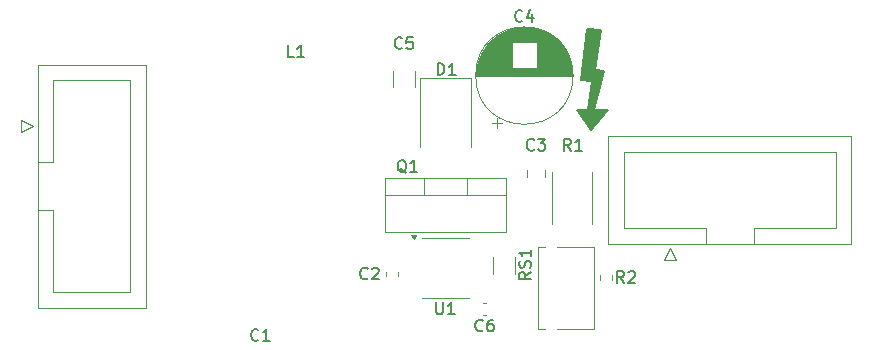
<source format=gbr>
%TF.GenerationSoftware,KiCad,Pcbnew,8.0.3*%
%TF.CreationDate,2024-06-16T18:08:45+12:00*%
%TF.ProjectId,power_supply,706f7765-725f-4737-9570-706c792e6b69,0.1.1*%
%TF.SameCoordinates,Original*%
%TF.FileFunction,Legend,Top*%
%TF.FilePolarity,Positive*%
%FSLAX46Y46*%
G04 Gerber Fmt 4.6, Leading zero omitted, Abs format (unit mm)*
G04 Created by KiCad (PCBNEW 8.0.3) date 2024-06-16 18:08:45*
%MOMM*%
%LPD*%
G01*
G04 APERTURE LIST*
%ADD10C,0.153000*%
%ADD11C,0.120000*%
G04 APERTURE END LIST*
D10*
X168110000Y-72290000D02*
X167570000Y-75680000D01*
X168330000Y-75760000D01*
X167490000Y-79040000D01*
X168690000Y-79060000D01*
X167210000Y-80710000D01*
X166080000Y-79070000D01*
X166950000Y-79090000D01*
X167290000Y-76600000D01*
X166430000Y-76550000D01*
X166880000Y-72230000D01*
X168110000Y-72290000D01*
G36*
X168110000Y-72290000D02*
G01*
X167570000Y-75680000D01*
X168330000Y-75760000D01*
X167490000Y-79040000D01*
X168690000Y-79060000D01*
X167210000Y-80710000D01*
X166080000Y-79070000D01*
X166950000Y-79090000D01*
X167290000Y-76600000D01*
X166430000Y-76550000D01*
X166880000Y-72230000D01*
X168110000Y-72290000D01*
G37*
X154138095Y-95344663D02*
X154138095Y-96154186D01*
X154138095Y-96154186D02*
X154185714Y-96249424D01*
X154185714Y-96249424D02*
X154233333Y-96297044D01*
X154233333Y-96297044D02*
X154328571Y-96344663D01*
X154328571Y-96344663D02*
X154519047Y-96344663D01*
X154519047Y-96344663D02*
X154614285Y-96297044D01*
X154614285Y-96297044D02*
X154661904Y-96249424D01*
X154661904Y-96249424D02*
X154709523Y-96154186D01*
X154709523Y-96154186D02*
X154709523Y-95344663D01*
X155709523Y-96344663D02*
X155138095Y-96344663D01*
X155423809Y-96344663D02*
X155423809Y-95344663D01*
X155423809Y-95344663D02*
X155328571Y-95487520D01*
X155328571Y-95487520D02*
X155233333Y-95582758D01*
X155233333Y-95582758D02*
X155138095Y-95630377D01*
X139083333Y-98499424D02*
X139035714Y-98547044D01*
X139035714Y-98547044D02*
X138892857Y-98594663D01*
X138892857Y-98594663D02*
X138797619Y-98594663D01*
X138797619Y-98594663D02*
X138654762Y-98547044D01*
X138654762Y-98547044D02*
X138559524Y-98451805D01*
X138559524Y-98451805D02*
X138511905Y-98356567D01*
X138511905Y-98356567D02*
X138464286Y-98166091D01*
X138464286Y-98166091D02*
X138464286Y-98023234D01*
X138464286Y-98023234D02*
X138511905Y-97832758D01*
X138511905Y-97832758D02*
X138559524Y-97737520D01*
X138559524Y-97737520D02*
X138654762Y-97642282D01*
X138654762Y-97642282D02*
X138797619Y-97594663D01*
X138797619Y-97594663D02*
X138892857Y-97594663D01*
X138892857Y-97594663D02*
X139035714Y-97642282D01*
X139035714Y-97642282D02*
X139083333Y-97689901D01*
X140035714Y-98594663D02*
X139464286Y-98594663D01*
X139750000Y-98594663D02*
X139750000Y-97594663D01*
X139750000Y-97594663D02*
X139654762Y-97737520D01*
X139654762Y-97737520D02*
X139559524Y-97832758D01*
X139559524Y-97832758D02*
X139464286Y-97880377D01*
X151233333Y-73799424D02*
X151185714Y-73847044D01*
X151185714Y-73847044D02*
X151042857Y-73894663D01*
X151042857Y-73894663D02*
X150947619Y-73894663D01*
X150947619Y-73894663D02*
X150804762Y-73847044D01*
X150804762Y-73847044D02*
X150709524Y-73751805D01*
X150709524Y-73751805D02*
X150661905Y-73656567D01*
X150661905Y-73656567D02*
X150614286Y-73466091D01*
X150614286Y-73466091D02*
X150614286Y-73323234D01*
X150614286Y-73323234D02*
X150661905Y-73132758D01*
X150661905Y-73132758D02*
X150709524Y-73037520D01*
X150709524Y-73037520D02*
X150804762Y-72942282D01*
X150804762Y-72942282D02*
X150947619Y-72894663D01*
X150947619Y-72894663D02*
X151042857Y-72894663D01*
X151042857Y-72894663D02*
X151185714Y-72942282D01*
X151185714Y-72942282D02*
X151233333Y-72989901D01*
X152138095Y-72894663D02*
X151661905Y-72894663D01*
X151661905Y-72894663D02*
X151614286Y-73370853D01*
X151614286Y-73370853D02*
X151661905Y-73323234D01*
X151661905Y-73323234D02*
X151757143Y-73275615D01*
X151757143Y-73275615D02*
X151995238Y-73275615D01*
X151995238Y-73275615D02*
X152090476Y-73323234D01*
X152090476Y-73323234D02*
X152138095Y-73370853D01*
X152138095Y-73370853D02*
X152185714Y-73466091D01*
X152185714Y-73466091D02*
X152185714Y-73704186D01*
X152185714Y-73704186D02*
X152138095Y-73799424D01*
X152138095Y-73799424D02*
X152090476Y-73847044D01*
X152090476Y-73847044D02*
X151995238Y-73894663D01*
X151995238Y-73894663D02*
X151757143Y-73894663D01*
X151757143Y-73894663D02*
X151661905Y-73847044D01*
X151661905Y-73847044D02*
X151614286Y-73799424D01*
X151604761Y-84389901D02*
X151509523Y-84342282D01*
X151509523Y-84342282D02*
X151414285Y-84247044D01*
X151414285Y-84247044D02*
X151271428Y-84104186D01*
X151271428Y-84104186D02*
X151176190Y-84056567D01*
X151176190Y-84056567D02*
X151080952Y-84056567D01*
X151128571Y-84294663D02*
X151033333Y-84247044D01*
X151033333Y-84247044D02*
X150938095Y-84151805D01*
X150938095Y-84151805D02*
X150890476Y-83961329D01*
X150890476Y-83961329D02*
X150890476Y-83627996D01*
X150890476Y-83627996D02*
X150938095Y-83437520D01*
X150938095Y-83437520D02*
X151033333Y-83342282D01*
X151033333Y-83342282D02*
X151128571Y-83294663D01*
X151128571Y-83294663D02*
X151319047Y-83294663D01*
X151319047Y-83294663D02*
X151414285Y-83342282D01*
X151414285Y-83342282D02*
X151509523Y-83437520D01*
X151509523Y-83437520D02*
X151557142Y-83627996D01*
X151557142Y-83627996D02*
X151557142Y-83961329D01*
X151557142Y-83961329D02*
X151509523Y-84151805D01*
X151509523Y-84151805D02*
X151414285Y-84247044D01*
X151414285Y-84247044D02*
X151319047Y-84294663D01*
X151319047Y-84294663D02*
X151128571Y-84294663D01*
X152509523Y-84294663D02*
X151938095Y-84294663D01*
X152223809Y-84294663D02*
X152223809Y-83294663D01*
X152223809Y-83294663D02*
X152128571Y-83437520D01*
X152128571Y-83437520D02*
X152033333Y-83532758D01*
X152033333Y-83532758D02*
X151938095Y-83580377D01*
X165533333Y-82494663D02*
X165200000Y-82018472D01*
X164961905Y-82494663D02*
X164961905Y-81494663D01*
X164961905Y-81494663D02*
X165342857Y-81494663D01*
X165342857Y-81494663D02*
X165438095Y-81542282D01*
X165438095Y-81542282D02*
X165485714Y-81589901D01*
X165485714Y-81589901D02*
X165533333Y-81685139D01*
X165533333Y-81685139D02*
X165533333Y-81827996D01*
X165533333Y-81827996D02*
X165485714Y-81923234D01*
X165485714Y-81923234D02*
X165438095Y-81970853D01*
X165438095Y-81970853D02*
X165342857Y-82018472D01*
X165342857Y-82018472D02*
X164961905Y-82018472D01*
X166485714Y-82494663D02*
X165914286Y-82494663D01*
X166200000Y-82494663D02*
X166200000Y-81494663D01*
X166200000Y-81494663D02*
X166104762Y-81637520D01*
X166104762Y-81637520D02*
X166009524Y-81732758D01*
X166009524Y-81732758D02*
X165914286Y-81780377D01*
X158083333Y-97699424D02*
X158035714Y-97747044D01*
X158035714Y-97747044D02*
X157892857Y-97794663D01*
X157892857Y-97794663D02*
X157797619Y-97794663D01*
X157797619Y-97794663D02*
X157654762Y-97747044D01*
X157654762Y-97747044D02*
X157559524Y-97651805D01*
X157559524Y-97651805D02*
X157511905Y-97556567D01*
X157511905Y-97556567D02*
X157464286Y-97366091D01*
X157464286Y-97366091D02*
X157464286Y-97223234D01*
X157464286Y-97223234D02*
X157511905Y-97032758D01*
X157511905Y-97032758D02*
X157559524Y-96937520D01*
X157559524Y-96937520D02*
X157654762Y-96842282D01*
X157654762Y-96842282D02*
X157797619Y-96794663D01*
X157797619Y-96794663D02*
X157892857Y-96794663D01*
X157892857Y-96794663D02*
X158035714Y-96842282D01*
X158035714Y-96842282D02*
X158083333Y-96889901D01*
X158940476Y-96794663D02*
X158750000Y-96794663D01*
X158750000Y-96794663D02*
X158654762Y-96842282D01*
X158654762Y-96842282D02*
X158607143Y-96889901D01*
X158607143Y-96889901D02*
X158511905Y-97032758D01*
X158511905Y-97032758D02*
X158464286Y-97223234D01*
X158464286Y-97223234D02*
X158464286Y-97604186D01*
X158464286Y-97604186D02*
X158511905Y-97699424D01*
X158511905Y-97699424D02*
X158559524Y-97747044D01*
X158559524Y-97747044D02*
X158654762Y-97794663D01*
X158654762Y-97794663D02*
X158845238Y-97794663D01*
X158845238Y-97794663D02*
X158940476Y-97747044D01*
X158940476Y-97747044D02*
X158988095Y-97699424D01*
X158988095Y-97699424D02*
X159035714Y-97604186D01*
X159035714Y-97604186D02*
X159035714Y-97366091D01*
X159035714Y-97366091D02*
X158988095Y-97270853D01*
X158988095Y-97270853D02*
X158940476Y-97223234D01*
X158940476Y-97223234D02*
X158845238Y-97175615D01*
X158845238Y-97175615D02*
X158654762Y-97175615D01*
X158654762Y-97175615D02*
X158559524Y-97223234D01*
X158559524Y-97223234D02*
X158511905Y-97270853D01*
X158511905Y-97270853D02*
X158464286Y-97366091D01*
X162154663Y-92782857D02*
X161678472Y-93116190D01*
X162154663Y-93354285D02*
X161154663Y-93354285D01*
X161154663Y-93354285D02*
X161154663Y-92973333D01*
X161154663Y-92973333D02*
X161202282Y-92878095D01*
X161202282Y-92878095D02*
X161249901Y-92830476D01*
X161249901Y-92830476D02*
X161345139Y-92782857D01*
X161345139Y-92782857D02*
X161487996Y-92782857D01*
X161487996Y-92782857D02*
X161583234Y-92830476D01*
X161583234Y-92830476D02*
X161630853Y-92878095D01*
X161630853Y-92878095D02*
X161678472Y-92973333D01*
X161678472Y-92973333D02*
X161678472Y-93354285D01*
X162107044Y-92401904D02*
X162154663Y-92259047D01*
X162154663Y-92259047D02*
X162154663Y-92020952D01*
X162154663Y-92020952D02*
X162107044Y-91925714D01*
X162107044Y-91925714D02*
X162059424Y-91878095D01*
X162059424Y-91878095D02*
X161964186Y-91830476D01*
X161964186Y-91830476D02*
X161868948Y-91830476D01*
X161868948Y-91830476D02*
X161773710Y-91878095D01*
X161773710Y-91878095D02*
X161726091Y-91925714D01*
X161726091Y-91925714D02*
X161678472Y-92020952D01*
X161678472Y-92020952D02*
X161630853Y-92211428D01*
X161630853Y-92211428D02*
X161583234Y-92306666D01*
X161583234Y-92306666D02*
X161535615Y-92354285D01*
X161535615Y-92354285D02*
X161440377Y-92401904D01*
X161440377Y-92401904D02*
X161345139Y-92401904D01*
X161345139Y-92401904D02*
X161249901Y-92354285D01*
X161249901Y-92354285D02*
X161202282Y-92306666D01*
X161202282Y-92306666D02*
X161154663Y-92211428D01*
X161154663Y-92211428D02*
X161154663Y-91973333D01*
X161154663Y-91973333D02*
X161202282Y-91830476D01*
X162154663Y-90878095D02*
X162154663Y-91449523D01*
X162154663Y-91163809D02*
X161154663Y-91163809D01*
X161154663Y-91163809D02*
X161297520Y-91259047D01*
X161297520Y-91259047D02*
X161392758Y-91354285D01*
X161392758Y-91354285D02*
X161440377Y-91449523D01*
X162433333Y-82399424D02*
X162385714Y-82447044D01*
X162385714Y-82447044D02*
X162242857Y-82494663D01*
X162242857Y-82494663D02*
X162147619Y-82494663D01*
X162147619Y-82494663D02*
X162004762Y-82447044D01*
X162004762Y-82447044D02*
X161909524Y-82351805D01*
X161909524Y-82351805D02*
X161861905Y-82256567D01*
X161861905Y-82256567D02*
X161814286Y-82066091D01*
X161814286Y-82066091D02*
X161814286Y-81923234D01*
X161814286Y-81923234D02*
X161861905Y-81732758D01*
X161861905Y-81732758D02*
X161909524Y-81637520D01*
X161909524Y-81637520D02*
X162004762Y-81542282D01*
X162004762Y-81542282D02*
X162147619Y-81494663D01*
X162147619Y-81494663D02*
X162242857Y-81494663D01*
X162242857Y-81494663D02*
X162385714Y-81542282D01*
X162385714Y-81542282D02*
X162433333Y-81589901D01*
X162766667Y-81494663D02*
X163385714Y-81494663D01*
X163385714Y-81494663D02*
X163052381Y-81875615D01*
X163052381Y-81875615D02*
X163195238Y-81875615D01*
X163195238Y-81875615D02*
X163290476Y-81923234D01*
X163290476Y-81923234D02*
X163338095Y-81970853D01*
X163338095Y-81970853D02*
X163385714Y-82066091D01*
X163385714Y-82066091D02*
X163385714Y-82304186D01*
X163385714Y-82304186D02*
X163338095Y-82399424D01*
X163338095Y-82399424D02*
X163290476Y-82447044D01*
X163290476Y-82447044D02*
X163195238Y-82494663D01*
X163195238Y-82494663D02*
X162909524Y-82494663D01*
X162909524Y-82494663D02*
X162814286Y-82447044D01*
X162814286Y-82447044D02*
X162766667Y-82399424D01*
X154261905Y-76094663D02*
X154261905Y-75094663D01*
X154261905Y-75094663D02*
X154500000Y-75094663D01*
X154500000Y-75094663D02*
X154642857Y-75142282D01*
X154642857Y-75142282D02*
X154738095Y-75237520D01*
X154738095Y-75237520D02*
X154785714Y-75332758D01*
X154785714Y-75332758D02*
X154833333Y-75523234D01*
X154833333Y-75523234D02*
X154833333Y-75666091D01*
X154833333Y-75666091D02*
X154785714Y-75856567D01*
X154785714Y-75856567D02*
X154738095Y-75951805D01*
X154738095Y-75951805D02*
X154642857Y-76047044D01*
X154642857Y-76047044D02*
X154500000Y-76094663D01*
X154500000Y-76094663D02*
X154261905Y-76094663D01*
X155785714Y-76094663D02*
X155214286Y-76094663D01*
X155500000Y-76094663D02*
X155500000Y-75094663D01*
X155500000Y-75094663D02*
X155404762Y-75237520D01*
X155404762Y-75237520D02*
X155309524Y-75332758D01*
X155309524Y-75332758D02*
X155214286Y-75380377D01*
X142083333Y-74594663D02*
X141607143Y-74594663D01*
X141607143Y-74594663D02*
X141607143Y-73594663D01*
X142940476Y-74594663D02*
X142369048Y-74594663D01*
X142654762Y-74594663D02*
X142654762Y-73594663D01*
X142654762Y-73594663D02*
X142559524Y-73737520D01*
X142559524Y-73737520D02*
X142464286Y-73832758D01*
X142464286Y-73832758D02*
X142369048Y-73880377D01*
X170033333Y-93694663D02*
X169700000Y-93218472D01*
X169461905Y-93694663D02*
X169461905Y-92694663D01*
X169461905Y-92694663D02*
X169842857Y-92694663D01*
X169842857Y-92694663D02*
X169938095Y-92742282D01*
X169938095Y-92742282D02*
X169985714Y-92789901D01*
X169985714Y-92789901D02*
X170033333Y-92885139D01*
X170033333Y-92885139D02*
X170033333Y-93027996D01*
X170033333Y-93027996D02*
X169985714Y-93123234D01*
X169985714Y-93123234D02*
X169938095Y-93170853D01*
X169938095Y-93170853D02*
X169842857Y-93218472D01*
X169842857Y-93218472D02*
X169461905Y-93218472D01*
X170414286Y-92789901D02*
X170461905Y-92742282D01*
X170461905Y-92742282D02*
X170557143Y-92694663D01*
X170557143Y-92694663D02*
X170795238Y-92694663D01*
X170795238Y-92694663D02*
X170890476Y-92742282D01*
X170890476Y-92742282D02*
X170938095Y-92789901D01*
X170938095Y-92789901D02*
X170985714Y-92885139D01*
X170985714Y-92885139D02*
X170985714Y-92980377D01*
X170985714Y-92980377D02*
X170938095Y-93123234D01*
X170938095Y-93123234D02*
X170366667Y-93694663D01*
X170366667Y-93694663D02*
X170985714Y-93694663D01*
X148333333Y-93299424D02*
X148285714Y-93347044D01*
X148285714Y-93347044D02*
X148142857Y-93394663D01*
X148142857Y-93394663D02*
X148047619Y-93394663D01*
X148047619Y-93394663D02*
X147904762Y-93347044D01*
X147904762Y-93347044D02*
X147809524Y-93251805D01*
X147809524Y-93251805D02*
X147761905Y-93156567D01*
X147761905Y-93156567D02*
X147714286Y-92966091D01*
X147714286Y-92966091D02*
X147714286Y-92823234D01*
X147714286Y-92823234D02*
X147761905Y-92632758D01*
X147761905Y-92632758D02*
X147809524Y-92537520D01*
X147809524Y-92537520D02*
X147904762Y-92442282D01*
X147904762Y-92442282D02*
X148047619Y-92394663D01*
X148047619Y-92394663D02*
X148142857Y-92394663D01*
X148142857Y-92394663D02*
X148285714Y-92442282D01*
X148285714Y-92442282D02*
X148333333Y-92489901D01*
X148714286Y-92489901D02*
X148761905Y-92442282D01*
X148761905Y-92442282D02*
X148857143Y-92394663D01*
X148857143Y-92394663D02*
X149095238Y-92394663D01*
X149095238Y-92394663D02*
X149190476Y-92442282D01*
X149190476Y-92442282D02*
X149238095Y-92489901D01*
X149238095Y-92489901D02*
X149285714Y-92585139D01*
X149285714Y-92585139D02*
X149285714Y-92680377D01*
X149285714Y-92680377D02*
X149238095Y-92823234D01*
X149238095Y-92823234D02*
X148666667Y-93394663D01*
X148666667Y-93394663D02*
X149285714Y-93394663D01*
X161433333Y-71499424D02*
X161385714Y-71547044D01*
X161385714Y-71547044D02*
X161242857Y-71594663D01*
X161242857Y-71594663D02*
X161147619Y-71594663D01*
X161147619Y-71594663D02*
X161004762Y-71547044D01*
X161004762Y-71547044D02*
X160909524Y-71451805D01*
X160909524Y-71451805D02*
X160861905Y-71356567D01*
X160861905Y-71356567D02*
X160814286Y-71166091D01*
X160814286Y-71166091D02*
X160814286Y-71023234D01*
X160814286Y-71023234D02*
X160861905Y-70832758D01*
X160861905Y-70832758D02*
X160909524Y-70737520D01*
X160909524Y-70737520D02*
X161004762Y-70642282D01*
X161004762Y-70642282D02*
X161147619Y-70594663D01*
X161147619Y-70594663D02*
X161242857Y-70594663D01*
X161242857Y-70594663D02*
X161385714Y-70642282D01*
X161385714Y-70642282D02*
X161433333Y-70689901D01*
X162290476Y-70927996D02*
X162290476Y-71594663D01*
X162052381Y-70547044D02*
X161814286Y-71261329D01*
X161814286Y-71261329D02*
X162433333Y-71261329D01*
D11*
%TO.C,U1*%
X154925000Y-89885000D02*
X152975000Y-89885000D01*
X154925000Y-89885000D02*
X156875000Y-89885000D01*
X154925000Y-95005000D02*
X152975000Y-95005000D01*
X154925000Y-95005000D02*
X156875000Y-95005000D01*
X152225000Y-89980000D02*
X151985000Y-89650000D01*
X152465000Y-89650000D01*
X152225000Y-89980000D01*
G36*
X152225000Y-89980000D02*
G01*
X151985000Y-89650000D01*
X152465000Y-89650000D01*
X152225000Y-89980000D01*
G37*
%TO.C,C5*%
X150490000Y-77151252D02*
X150490000Y-75728748D01*
X152310000Y-77151252D02*
X152310000Y-75728748D01*
%TO.C,Q1*%
X149805000Y-84775000D02*
X149805000Y-89416000D01*
X149805000Y-84775000D02*
X160045000Y-84775000D01*
X149805000Y-86285000D02*
X160045000Y-86285000D01*
X149805000Y-89416000D02*
X160045000Y-89416000D01*
X153075000Y-84775000D02*
X153075000Y-86285000D01*
X156776000Y-84775000D02*
X156776000Y-86285000D01*
X160045000Y-84775000D02*
X160045000Y-89416000D01*
%TO.C,J2*%
X119027500Y-79920000D02*
X119027500Y-80920000D01*
X119027500Y-80920000D02*
X120027500Y-80420000D01*
X120027500Y-80420000D02*
X119027500Y-79920000D01*
X120417500Y-75210000D02*
X129537500Y-75210000D01*
X120417500Y-83450000D02*
X121727500Y-83450000D01*
X120417500Y-95790000D02*
X120417500Y-75210000D01*
X121727500Y-76510000D02*
X128227500Y-76510000D01*
X121727500Y-83450000D02*
X121727500Y-76510000D01*
X121727500Y-87550000D02*
X120417500Y-87550000D01*
X121727500Y-87550000D02*
X121727500Y-87550000D01*
X121727500Y-94490000D02*
X121727500Y-87550000D01*
X128227500Y-76510000D02*
X128227500Y-94490000D01*
X128227500Y-94490000D02*
X121727500Y-94490000D01*
X129537500Y-75210000D02*
X129537500Y-95790000D01*
X129537500Y-95790000D02*
X120417500Y-95790000D01*
%TO.C,R1*%
X163950000Y-88687064D02*
X163950000Y-84332936D01*
X167370000Y-88687064D02*
X167370000Y-84332936D01*
%TO.C,C6*%
X158109420Y-95430000D02*
X158390580Y-95430000D01*
X158109420Y-96450000D02*
X158390580Y-96450000D01*
%TO.C,RS1*%
X158990000Y-91462936D02*
X158990000Y-92917064D01*
X160810000Y-91462936D02*
X160810000Y-92917064D01*
%TO.C,C3*%
X161865000Y-84701252D02*
X161865000Y-84178748D01*
X163335000Y-84701252D02*
X163335000Y-84178748D01*
%TO.C,D1*%
X152750000Y-76380000D02*
X152750000Y-82190000D01*
X157050000Y-76380000D02*
X152750000Y-76380000D01*
X157050000Y-76380000D02*
X157050000Y-82190000D01*
%TO.C,J3*%
X168710000Y-81270000D02*
X189290000Y-81270000D01*
X168710000Y-90390000D02*
X168710000Y-81270000D01*
X170010000Y-82580000D02*
X187990000Y-82580000D01*
X170010000Y-89080000D02*
X170010000Y-82580000D01*
X173420000Y-91780000D02*
X174420000Y-91780000D01*
X173920000Y-90780000D02*
X173420000Y-91780000D01*
X174420000Y-91780000D02*
X173920000Y-90780000D01*
X176950000Y-89080000D02*
X170010000Y-89080000D01*
X176950000Y-90390000D02*
X176950000Y-89080000D01*
X181050000Y-89080000D02*
X181050000Y-89080000D01*
X181050000Y-89080000D02*
X181050000Y-90390000D01*
X187990000Y-82580000D02*
X187990000Y-89080000D01*
X187990000Y-89080000D02*
X181050000Y-89080000D01*
X189290000Y-81270000D02*
X189290000Y-90390000D01*
X189290000Y-90390000D02*
X168710000Y-90390000D01*
%TO.C,R2*%
X167977500Y-93477258D02*
X167977500Y-93002742D01*
X169022500Y-93477258D02*
X169022500Y-93002742D01*
%TO.C,C2*%
X149890000Y-92799420D02*
X149890000Y-93080580D01*
X150910000Y-92799420D02*
X150910000Y-93080580D01*
%TO.C,C4*%
X157520000Y-76062651D02*
X165680000Y-76062651D01*
X157520000Y-76102651D02*
X165680000Y-76102651D01*
X157520000Y-76142651D02*
X165680000Y-76142651D01*
X157521000Y-76022651D02*
X165679000Y-76022651D01*
X157523000Y-75982651D02*
X165677000Y-75982651D01*
X157524000Y-75942651D02*
X165676000Y-75942651D01*
X157526000Y-75902651D02*
X165674000Y-75902651D01*
X157529000Y-75862651D02*
X165671000Y-75862651D01*
X157532000Y-75822651D02*
X165668000Y-75822651D01*
X157535000Y-75782651D02*
X165665000Y-75782651D01*
X157539000Y-75742651D02*
X165661000Y-75742651D01*
X157543000Y-75702651D02*
X165657000Y-75702651D01*
X157548000Y-75662651D02*
X165652000Y-75662651D01*
X157552000Y-75622651D02*
X165648000Y-75622651D01*
X157558000Y-75582651D02*
X165642000Y-75582651D01*
X157563000Y-75542651D02*
X165637000Y-75542651D01*
X157570000Y-75502651D02*
X165630000Y-75502651D01*
X157576000Y-75462651D02*
X165624000Y-75462651D01*
X157583000Y-75421651D02*
X160560000Y-75421651D01*
X157590000Y-75381651D02*
X160560000Y-75381651D01*
X157598000Y-75341651D02*
X160560000Y-75341651D01*
X157606000Y-75301651D02*
X160560000Y-75301651D01*
X157615000Y-75261651D02*
X160560000Y-75261651D01*
X157624000Y-75221651D02*
X160560000Y-75221651D01*
X157633000Y-75181651D02*
X160560000Y-75181651D01*
X157643000Y-75141651D02*
X160560000Y-75141651D01*
X157653000Y-75101651D02*
X160560000Y-75101651D01*
X157664000Y-75061651D02*
X160560000Y-75061651D01*
X157675000Y-75021651D02*
X160560000Y-75021651D01*
X157686000Y-74981651D02*
X160560000Y-74981651D01*
X157698000Y-74941651D02*
X160560000Y-74941651D01*
X157711000Y-74901651D02*
X160560000Y-74901651D01*
X157723000Y-74861651D02*
X160560000Y-74861651D01*
X157737000Y-74821651D02*
X160560000Y-74821651D01*
X157750000Y-74781651D02*
X160560000Y-74781651D01*
X157765000Y-74741651D02*
X160560000Y-74741651D01*
X157779000Y-74701651D02*
X160560000Y-74701651D01*
X157795000Y-74661651D02*
X160560000Y-74661651D01*
X157810000Y-74621651D02*
X160560000Y-74621651D01*
X157826000Y-74581651D02*
X160560000Y-74581651D01*
X157843000Y-74541651D02*
X160560000Y-74541651D01*
X157860000Y-74501651D02*
X160560000Y-74501651D01*
X157878000Y-74461651D02*
X160560000Y-74461651D01*
X157896000Y-74421651D02*
X160560000Y-74421651D01*
X157914000Y-74381651D02*
X160560000Y-74381651D01*
X157934000Y-74341651D02*
X160560000Y-74341651D01*
X157953000Y-74301651D02*
X160560000Y-74301651D01*
X157973000Y-74261651D02*
X160560000Y-74261651D01*
X157994000Y-74221651D02*
X160560000Y-74221651D01*
X158016000Y-74181651D02*
X160560000Y-74181651D01*
X158038000Y-74141651D02*
X160560000Y-74141651D01*
X158060000Y-74101651D02*
X160560000Y-74101651D01*
X158083000Y-74061651D02*
X160560000Y-74061651D01*
X158107000Y-74021651D02*
X160560000Y-74021651D01*
X158131000Y-73981651D02*
X160560000Y-73981651D01*
X158156000Y-73941651D02*
X160560000Y-73941651D01*
X158182000Y-73901651D02*
X160560000Y-73901651D01*
X158208000Y-73861651D02*
X160560000Y-73861651D01*
X158235000Y-73821651D02*
X160560000Y-73821651D01*
X158262000Y-73781651D02*
X160560000Y-73781651D01*
X158291000Y-73741651D02*
X160560000Y-73741651D01*
X158320000Y-73701651D02*
X160560000Y-73701651D01*
X158350000Y-73661651D02*
X160560000Y-73661651D01*
X158380000Y-73621651D02*
X160560000Y-73621651D01*
X158411000Y-73581651D02*
X160560000Y-73581651D01*
X158444000Y-73541651D02*
X160560000Y-73541651D01*
X158476000Y-73501651D02*
X160560000Y-73501651D01*
X158510000Y-73461651D02*
X160560000Y-73461651D01*
X158545000Y-73421651D02*
X160560000Y-73421651D01*
X158581000Y-73381651D02*
X160560000Y-73381651D01*
X158617000Y-73341651D02*
X164583000Y-73341651D01*
X158655000Y-73301651D02*
X164545000Y-73301651D01*
X158693000Y-73261651D02*
X164507000Y-73261651D01*
X158733000Y-73221651D02*
X164467000Y-73221651D01*
X158774000Y-73181651D02*
X164426000Y-73181651D01*
X158816000Y-73141651D02*
X164384000Y-73141651D01*
X158859000Y-73101651D02*
X164341000Y-73101651D01*
X158885000Y-80152349D02*
X159685000Y-80152349D01*
X158903000Y-73061651D02*
X164297000Y-73061651D01*
X158949000Y-73021651D02*
X164251000Y-73021651D01*
X158996000Y-72981651D02*
X164204000Y-72981651D01*
X159044000Y-72941651D02*
X164156000Y-72941651D01*
X159095000Y-72901651D02*
X164105000Y-72901651D01*
X159146000Y-72861651D02*
X164054000Y-72861651D01*
X159200000Y-72821651D02*
X164000000Y-72821651D01*
X159255000Y-72781651D02*
X163945000Y-72781651D01*
X159285000Y-80552349D02*
X159285000Y-79752349D01*
X159313000Y-72741651D02*
X163887000Y-72741651D01*
X159372000Y-72701651D02*
X163828000Y-72701651D01*
X159434000Y-72661651D02*
X163766000Y-72661651D01*
X159498000Y-72621651D02*
X163702000Y-72621651D01*
X159566000Y-72581651D02*
X163634000Y-72581651D01*
X159636000Y-72541651D02*
X163564000Y-72541651D01*
X159710000Y-72501651D02*
X163490000Y-72501651D01*
X159787000Y-72461651D02*
X163413000Y-72461651D01*
X159869000Y-72421651D02*
X163331000Y-72421651D01*
X159955000Y-72381651D02*
X163245000Y-72381651D01*
X160048000Y-72341651D02*
X163152000Y-72341651D01*
X160147000Y-72301651D02*
X163053000Y-72301651D01*
X160254000Y-72261651D02*
X162946000Y-72261651D01*
X160371000Y-72221651D02*
X162829000Y-72221651D01*
X160502000Y-72181651D02*
X162698000Y-72181651D01*
X160652000Y-72141651D02*
X162548000Y-72141651D01*
X160832000Y-72101651D02*
X162368000Y-72101651D01*
X161067000Y-72061651D02*
X162133000Y-72061651D01*
X162640000Y-73381651D02*
X164619000Y-73381651D01*
X162640000Y-73421651D02*
X164655000Y-73421651D01*
X162640000Y-73461651D02*
X164690000Y-73461651D01*
X162640000Y-73501651D02*
X164724000Y-73501651D01*
X162640000Y-73541651D02*
X164756000Y-73541651D01*
X162640000Y-73581651D02*
X164789000Y-73581651D01*
X162640000Y-73621651D02*
X164820000Y-73621651D01*
X162640000Y-73661651D02*
X164850000Y-73661651D01*
X162640000Y-73701651D02*
X164880000Y-73701651D01*
X162640000Y-73741651D02*
X164909000Y-73741651D01*
X162640000Y-73781651D02*
X164938000Y-73781651D01*
X162640000Y-73821651D02*
X164965000Y-73821651D01*
X162640000Y-73861651D02*
X164992000Y-73861651D01*
X162640000Y-73901651D02*
X165018000Y-73901651D01*
X162640000Y-73941651D02*
X165044000Y-73941651D01*
X162640000Y-73981651D02*
X165069000Y-73981651D01*
X162640000Y-74021651D02*
X165093000Y-74021651D01*
X162640000Y-74061651D02*
X165117000Y-74061651D01*
X162640000Y-74101651D02*
X165140000Y-74101651D01*
X162640000Y-74141651D02*
X165162000Y-74141651D01*
X162640000Y-74181651D02*
X165184000Y-74181651D01*
X162640000Y-74221651D02*
X165206000Y-74221651D01*
X162640000Y-74261651D02*
X165227000Y-74261651D01*
X162640000Y-74301651D02*
X165247000Y-74301651D01*
X162640000Y-74341651D02*
X165266000Y-74341651D01*
X162640000Y-74381651D02*
X165286000Y-74381651D01*
X162640000Y-74421651D02*
X165304000Y-74421651D01*
X162640000Y-74461651D02*
X165322000Y-74461651D01*
X162640000Y-74501651D02*
X165340000Y-74501651D01*
X162640000Y-74541651D02*
X165357000Y-74541651D01*
X162640000Y-74581651D02*
X165374000Y-74581651D01*
X162640000Y-74621651D02*
X165390000Y-74621651D01*
X162640000Y-74661651D02*
X165405000Y-74661651D01*
X162640000Y-74701651D02*
X165421000Y-74701651D01*
X162640000Y-74741651D02*
X165435000Y-74741651D01*
X162640000Y-74781651D02*
X165450000Y-74781651D01*
X162640000Y-74821651D02*
X165463000Y-74821651D01*
X162640000Y-74861651D02*
X165477000Y-74861651D01*
X162640000Y-74901651D02*
X165489000Y-74901651D01*
X162640000Y-74941651D02*
X165502000Y-74941651D01*
X162640000Y-74981651D02*
X165514000Y-74981651D01*
X162640000Y-75021651D02*
X165525000Y-75021651D01*
X162640000Y-75061651D02*
X165536000Y-75061651D01*
X162640000Y-75101651D02*
X165547000Y-75101651D01*
X162640000Y-75141651D02*
X165557000Y-75141651D01*
X162640000Y-75181651D02*
X165567000Y-75181651D01*
X162640000Y-75221651D02*
X165576000Y-75221651D01*
X162640000Y-75261651D02*
X165585000Y-75261651D01*
X162640000Y-75301651D02*
X165594000Y-75301651D01*
X162640000Y-75341651D02*
X165602000Y-75341651D01*
X162640000Y-75381651D02*
X165610000Y-75381651D01*
X162640000Y-75421651D02*
X165617000Y-75421651D01*
X165720000Y-76142651D02*
G75*
G02*
X157480000Y-76142651I-4120000J0D01*
G01*
X157480000Y-76142651D02*
G75*
G02*
X165720000Y-76142651I4120000J0D01*
G01*
%TO.C,RV1*%
X162735000Y-90630000D02*
X163380000Y-90630000D01*
X162735000Y-97580000D02*
X162735000Y-90630000D01*
X162735000Y-97580000D02*
X163380000Y-97580000D01*
X164370000Y-90630000D02*
X167475000Y-90630000D01*
X164370000Y-97580000D02*
X167475000Y-97580000D01*
X167475000Y-97580000D02*
X167475000Y-90630000D01*
%TD*%
M02*

</source>
